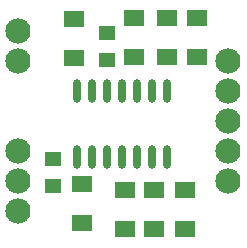
<source format=gts>
G04*
G04 #@! TF.GenerationSoftware,Altium Limited,Altium Designer,24.9.1 (31)*
G04*
G04 Layer_Color=8388736*
%FSLAX44Y44*%
%MOMM*%
G71*
G04*
G04 #@! TF.SameCoordinates,199308C6-6F5E-48ED-9931-2BF6940419F3*
G04*
G04*
G04 #@! TF.FilePolarity,Negative*
G04*
G01*
G75*
%ADD15O,0.7112X1.9812*%
G04:AMPARAMS|DCode=16|XSize=1.397mm|YSize=1.7272mm|CornerRadius=0.0699mm|HoleSize=0mm|Usage=FLASHONLY|Rotation=90.000|XOffset=0mm|YOffset=0mm|HoleType=Round|Shape=RoundedRectangle|*
%AMROUNDEDRECTD16*
21,1,1.3970,1.5875,0,0,90.0*
21,1,1.2573,1.7272,0,0,90.0*
1,1,0.1397,0.7938,0.6287*
1,1,0.1397,0.7938,-0.6287*
1,1,0.1397,-0.7938,-0.6287*
1,1,0.1397,-0.7938,0.6287*
%
%ADD16ROUNDEDRECTD16*%
G04:AMPARAMS|DCode=17|XSize=1.2192mm|YSize=1.4224mm|CornerRadius=0.069mm|HoleSize=0mm|Usage=FLASHONLY|Rotation=270.000|XOffset=0mm|YOffset=0mm|HoleType=Round|Shape=RoundedRectangle|*
%AMROUNDEDRECTD17*
21,1,1.2192,1.2845,0,0,270.0*
21,1,1.0813,1.4224,0,0,270.0*
1,1,0.1379,-0.6422,-0.5406*
1,1,0.1379,-0.6422,0.5406*
1,1,0.1379,0.6422,0.5406*
1,1,0.1379,0.6422,-0.5406*
%
%ADD17ROUNDEDRECTD17*%
%ADD18C,2.1336*%
D15*
X209550Y101600D02*
D03*
X196850D02*
D03*
X184150D02*
D03*
X171450D02*
D03*
X158750D02*
D03*
X146050D02*
D03*
X133350D02*
D03*
Y157480D02*
D03*
X146050D02*
D03*
X158750D02*
D03*
X171450D02*
D03*
X184150D02*
D03*
X196850D02*
D03*
X209550D02*
D03*
D16*
X234950Y219710D02*
D03*
Y186690D02*
D03*
X198120Y73660D02*
D03*
Y40640D02*
D03*
X209550Y186690D02*
D03*
Y219710D02*
D03*
X181610Y186690D02*
D03*
Y219710D02*
D03*
X224790Y73660D02*
D03*
Y40640D02*
D03*
X137160Y78740D02*
D03*
Y45720D02*
D03*
X173990Y40640D02*
D03*
Y73660D02*
D03*
X130810Y218440D02*
D03*
Y185420D02*
D03*
D17*
X113030Y100330D02*
D03*
Y77470D02*
D03*
X158750Y207010D02*
D03*
Y184150D02*
D03*
D18*
X261366Y81264D02*
D03*
X83566Y55863D02*
D03*
X261366Y106664D02*
D03*
X83566Y81264D02*
D03*
X261366Y132064D02*
D03*
X83566Y106664D02*
D03*
X261366Y157464D02*
D03*
X83566Y182864D02*
D03*
X261366D02*
D03*
X83566Y208263D02*
D03*
M02*

</source>
